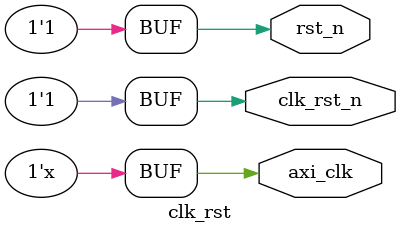
<source format=sv>
`timescale 1ns / 1ps


module clk_rst(
	output	reg	axi_clk,
	output	reg	rst_n,
	output	reg	clk_rst_n
    );
    
    
initial	begin
	axi_clk	=	1'b0;
	rst_n	=	1'b0;
	clk_rst_n	=	1'b0;
	#100	clk_rst_n	=	1'b1;
	#1000	rst_n	=	1'b1;
end
    
    
always #10	axi_clk	=	~axi_clk;   

    
endmodule

</source>
